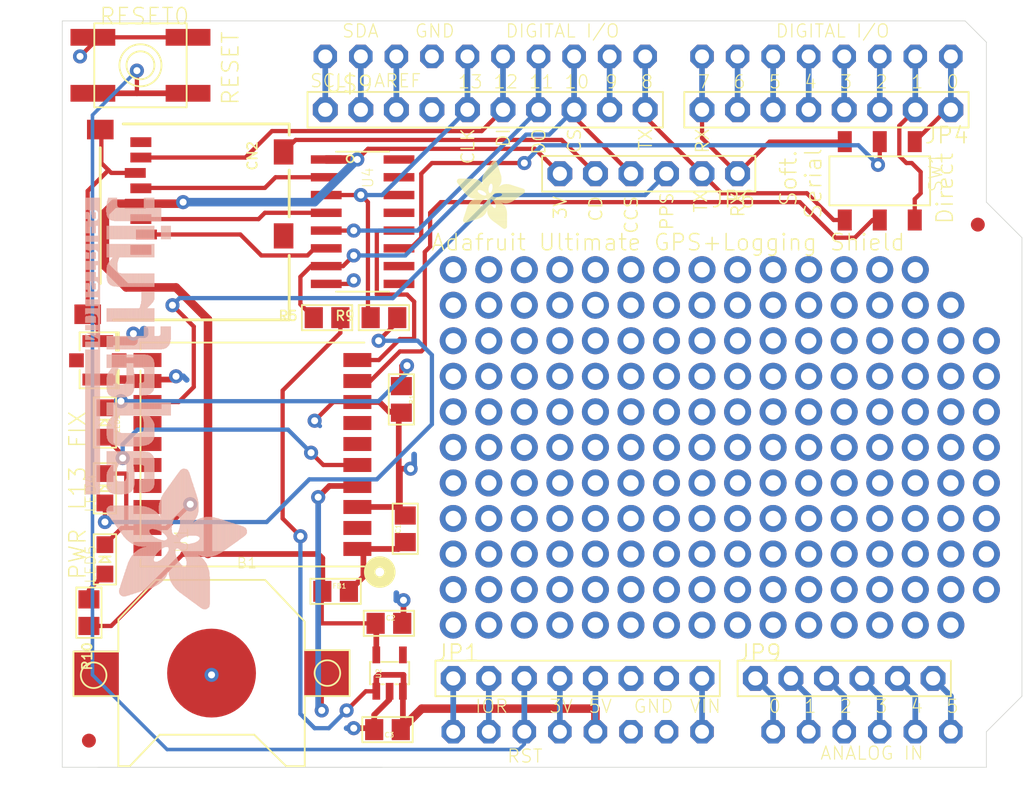
<source format=kicad_pcb>
(kicad_pcb (version 20211014) (generator pcbnew)
  (layers (0 "F.Cu" signal) (31 "B.Cu" signal) (34 "B.Paste" user) (35 "F.Paste" user) (36 "B.SilkS" user "B.Silkscreen") (37 "F.SilkS" user "F.Silkscreen") (38 "B.Mask" user) (39 "F.Mask" user) (44 "Edge.Cuts" user))
  (net 0 "")
  (net 1 "FIX")
  (net 2 "N$2")
  (net 3 "GND")
  (net 4 "3.3V")
  (net 5 "VBACKUP")
  (net 6 "TX")
  (net 7 "RX")
  (net 8 "N$4")
  (net 9 "1PPS")
  (net 10 "+5V")
  (net 11 "N$15")
  (net 12 "N$154")
  (net 13 "N$164")
  (net 14 "N$181")
  (net 15 "N$182")
  (net 16 "RESET")
  (net 17 "MOSI")
  (net 18 "MISO")
  (net 19 "SCK")
  (net 20 "SD_CS")
  (net 21 "SD_DATAIN")
  (net 22 "SD_SCKIN")
  (net 23 "SD_CSIN")
  (net 24 "SD_CD")
  (net 25 "N$89")
  (net 26 "N$90")
  (net 27 "N$98")
  (net 28 "N$99")
  (net 29 "N$100")
  (net 30 "N$108")
  (net 31 "N$110")
  (net 32 "N$8")
  (net 33 "N$150")
  (net 34 "RX_5V")
  (net 35 "N$1")
  (net 36 "N$3")
  (net 37 "N$5")
  (net 38 "N$6")
  (net 39 "N$9")
  (net 40 "N$10")
  (net 41 "N$11")
  (net 42 "N$14")
  (net 43 "N$13")
  (net 44 "N$7")
  (net 45 "N$12")
  (net 46 "N$17")
  (net 47 "N$19")
  (net 48 "N$24")
  (net 49 "N$25")
  (net 50 "N$27")
  (net 51 "N$28")
  (net 52 "N$29")
  (net 53 "N$30")
  (net 54 "N$156")
  (net 55 "N$32")
  (net 56 "N$33")
  (net 57 "N$34")
  (net 58 "N$35")
  (net 59 "N$36")
  (net 60 "N$42")
  (net 61 "N$43")
  (net 62 "N$44")
  (net 63 "N$45")
  (net 64 "N$46")
  (net 65 "N$47")
  (net 66 "N$56")
  (net 67 "N$57")
  (net 68 "N$58")
  (net 69 "N$59")
  (net 70 "N$60")
  (net 71 "N$66")
  (net 72 "N$67")
  (net 73 "N$68")
  (net 74 "N$69")
  (net 75 "N$70")
  (net 76 "N$71")
  (net 77 "N$78")
  (net 78 "N$79")
  (net 79 "N$80")
  (net 80 "N$81")
  (net 81 "N$82")
  (net 82 "N$83")
  (net 83 "N$84")
  (net 84 "N$92")
  (net 85 "N$93")
  (net 86 "N$94")
  (net 87 "N$95")
  (net 88 "N$96")
  (net 89 "N$97")
  (net 90 "N$102")
  (net 91 "N$103")
  (net 92 "N$104")
  (net 93 "N$105")
  (net 94 "N$106")
  (net 95 "N$107")
  (net 96 "N$109")
  (net 97 "N$61")
  (net 98 "N$41")
  (net 99 "N$49")
  (net 100 "N$37")
  (net 101 "N$91")
  (net 102 "N$64")
  (net 103 "N$65")
  (net 104 "N$18")
  (net 105 "N$20")
  (net 106 "N$21")
  (net 107 "N$22")
  (net 108 "N$23")
  (net 109 "N$26")
  (net 110 "N$31")
  (net 111 "N$48")
  (net 112 "N$38")
  (net 113 "N$55")
  (net 114 "N$39")
  (net 115 "N$40")
  (net 116 "N$50")
  (net 117 "N$52")
  (net 118 "N$51")
  (net 119 "N$74")
  (net 120 "N$75")
  (net 121 "N$76")
  (net 122 "N$77")
  (net 123 "N$85")
  (net 124 "N$53")
  (net 125 "N$86")
  (net 126 "N$112")
  (net 127 "N$113")
  (net 128 "N$114")
  (net 129 "N$115")
  (net 130 "N$54")
  (net 131 "N$116")
  (net 132 "N$117")
  (net 133 "N$62")
  (net 134 "N$63")
  (net 135 "N$118")
  (net 136 "N$119")
  (net 137 "N$120")
  (net 138 "N$121")
  (net 139 "N$122")
  (net 140 "N$123")
  (net 141 "N$124")
  (net 142 "N$125")
  (net 143 "N$126")
  (net 144 "N$127")
  (net 145 "N$128")
  (net 146 "N$129")
  (net 147 "N$130")
  (net 148 "N$131")
  (net 149 "N$132")
  (net 150 "N$138")
  (net 151 "N$139")
  (net 152 "N$140")
  (net 153 "N$141")
  (net 154 "N$142")
  (net 155 "N$143")
  (net 156 "N$144")
  (net 157 "N$145")
  (net 158 "N$146")
  (net 159 "N$147")
  (net 160 "N$148")
  (net 161 "N$151")
  (net 162 "N$152")
  (net 163 "N$153")
  (net 164 "N$155")
  (net 165 "N$157")
  (net 166 "N$159")
  (net 167 "N$72")
  (net 168 "N$73")
  (net 169 "N$87")
  (net 170 "N$88")
  (net 171 "N$101")
  (net 172 "N$111")
  (net 173 "N$133")
  (net 174 "N$134")
  (net 175 "N$135")
  (net 176 "N$136")
  (net 177 "N$137")
  (net 178 "N$149")
  (net 179 "N$158")
  (net 180 "N$160")
  (net 181 "N$161")
  (net 182 "N$162")
  (net 183 "N$163")
  (net 184 "N$165")
  (net 185 "N$166")
  (net 186 "N$167")
  (net 187 "N$168")
  (net 188 "N$169")
  (net 189 "N$170")
  (net 190 "N$171")
  (net 191 "N$172")
  (net 192 "N$173")
  (net 193 "N$174")
  (net 194 "N$175")
  (net 195 "N$176")
  (net 196 "N$177")
  (net 197 "N$178")
  (net 198 "N$179")
  (net 199 "N$180")
  (net 200 "N$183")
  (net 201 "N$184")
  (net 202 "N$185")
  (net 203 "N$186")
  (net 204 "N$187")
  (net 205 "N$188")
  (net 206 "N$189")
  (net 207 "N$191")
  (net 208 "N$192")
  (net 209 "N$193")
  (net 210 "N$190")
  (net 211 "N$194")
  (net 212 "N$195")
  (net 213 "N$196")
  (net 214 "N$197")
  (net 215 "N$198")
  (net 216 "N$199")
  (net 217 "N$200")
  (net 218 "N$201")
  (footprint "boardEagle:0805" (layer "F.Cu") (at 133.1341 99.5426 180)
    (fp_text reference "R5")
    (fp_text value "10K")
  )
  (footprint "boardEagle:0805@1" (layer "F.Cu") (at 133.7451 119.1006)
    (fp_text reference "FB1")
    (fp_text value "Ferrite")
  )
  (footprint "boardEagle:1X08-BIG" (layer "F.Cu") (at 168.8211 84.6836 180)
    (fp_text reference "JP4")
    (fp_text value "D0-D7")
  )
  (footprint "boardEagle:U.FL" (layer "F.Cu") (at 116.7511 102.5906)
    (fp_text reference "U$20" hide)
    (fp_text value "U.FL" hide)
  )
  (footprint "" (layer "F.Cu") (at 180.2511 124.0536)
    (fp_text reference "@HOLE2" hide)
    (fp_text value "")
  )
  (footprint "boardEagle:FIDUCIAL_1MM" (layer "F.Cu") (at 179.6391 92.8936)
    (fp_text reference "FID2" hide)
    (fp_text value "FIDUCIAL\"\"" hide)
  )
  (footprint "boardEagle:1X08-BIG" (layer "F.Cu") (at 151.0411 125.3236)
    (fp_text reference "JP1")
    (fp_text value "D0-D7")
  )
  (footprint "boardEagle:0805@1" (layer "F.Cu") (at 137.4521 128.9826 180)
    (fp_text reference "C3")
    (fp_text value "10uF")
  )
  (footprint "boardEagle:EG1390" (layer "F.Cu") (at 172.6311 89.7636 180)
    (fp_text reference "SW1")
    (fp_text value "")
  )
  (footprint "boardEagle:FGPMMOPA6H" (layer "F.Cu") (at 127.8001 109.3216 180)
    (fp_text reference "U1")
    (fp_text value "FGPMMOPA6H")
  )
  (footprint "boardEagle:1X10-BIG" (layer "F.Cu") (at 144.4371 84.6836)
    (fp_text reference "U$9")
    (fp_text value "PINHD-1X10")
  )
  (footprint "" (layer "F.Cu") (at 180.2511 96.1136)
    (fp_text reference "@HOLE1" hide)
    (fp_text value "")
  )
  (footprint "boardEagle:MICROSD" (layer "F.Cu") (at 130.4671 85.6996 -90)
    (fp_text reference "CN2")
    (fp_text value "")
  )
  (footprint "boardEagle:0805@1" (layer "F.Cu") (at 138.7221 114.6316 90)
    (fp_text reference "C1")
    (fp_text value "0.1uF")
  )
  (footprint "boardEagle:1X06-BIG" (layer "F.Cu") (at 156.1211 89.2556 180)
    (fp_text reference "JP6")
    (fp_text value "")
  )
  (footprint "boardEagle:CHIPLED_0805" (layer "F.Cu") (at 117.2591 111.7346)
    (fp_text reference "LED4")
    (fp_text value "yellow")
  )
  (footprint "boardEagle:FIDUCIAL_1MM" (layer "F.Cu") (at 116.1161 129.7686)
    (fp_text reference "FID1" hide)
    (fp_text value "FIDUCIAL\"\"" hide)
  )
  (footprint "boardEagle:1X06-BIG" (layer "F.Cu") (at 170.0911 125.3236)
    (fp_text reference "JP9")
    (fp_text value "")
  )
  (footprint "boardEagle:EVQ-Q2" (layer "F.Cu") (at 119.7991 81.5086)
    (fp_text reference "RESET0")
    (fp_text value "Reset")
  )
  (footprint "boardEagle:CHIPLED_0805" (layer "F.Cu") (at 117.2591 116.8146)
    (fp_text reference "LED5")
    (fp_text value "green")
  )
  (footprint "boardEagle:SOIC16" (layer "F.Cu") (at 135.6741 92.6846 -90)
    (fp_text reference "U4")
    (fp_text value "4050")
  )
  (footprint "" (layer "F.Cu") (at 129.4511 80.8736)
    (fp_text reference "@HOLE0" hide)
    (fp_text value "")
  )
  (footprint "boardEagle:0805" (layer "F.Cu") (at 137.1981 99.5426 180)
    (fp_text reference "R9")
    (fp_text value "1k")
  )
  (footprint "boardEagle:0805@1" (layer "F.Cu") (at 137.5551 121.3866)
    (fp_text reference "C2")
    (fp_text value "10uF")
  )
  (footprint "boardEagle:ADAFRUIT_5MM" (layer "F.Cu") (at 142.4051 93.1926)
    (fp_text reference "U$13" hide)
    (fp_text value "" hide)
  )
  (footprint "boardEagle:CHIPLED_0805" (layer "F.Cu") (at 117.2591 107.0356)
    (fp_text reference "LED1")
    (fp_text value "red")
  )
  (footprint "boardEagle:0805" (layer "F.Cu") (at 116.1161 120.6246 -90)
    (fp_text reference "R10")
    (fp_text value "1k")
  )
  (footprint "boardEagle:CR1220" (layer "F.Cu") (at 124.8791 124.9426 180)
    (fp_text reference "B1")
    (fp_text value "CR1220")
  )
  (footprint "boardEagle:SOT23-5" (layer "F.Cu") (at 137.6031 124.9426)
    (fp_text reference "U2")
    (fp_text value "MIC5225-3.3")
  )
  (footprint "boardEagle:0805" (layer "F.Cu") (at 138.4441 105.3846 90)
    (fp_text reference "R1")
    (fp_text value "1K")
  )
  (footprint "boardEagle:ARDUINOR3" (layer "F.Cu") (at 114.2111 131.6736)
    (fp_text reference "U3" hide)
    (fp_text value "ARDUINOR3-DIMENSION" hide)
    (fp_line (start 68.58 -5.08) (end 68.58 -37.846) (layer "Edge.Cuts") (width 0.05))
    (fp_line (start 66.04 -2.54) (end 68.58 -5.08) (layer "Edge.Cuts") (width 0.05))
    (fp_line (start 64.516 -53.34) (end 0 -53.34) (layer "Edge.Cuts") (width 0.05))
    (fp_line (start 66.04 -51.816) (end 64.516 -53.34) (layer "Edge.Cuts") (width 0.05))
    (fp_line (start 66.04 -40.386) (end 66.04 -51.816) (layer "Edge.Cuts") (width 0.05))
    (fp_line (start 0 -53.34) (end 0 0) (layer "Edge.Cuts") (width 0.05))
    (fp_line (start 0 0) (end 66.04 0) (layer "Edge.Cuts") (width 0.05))
    (fp_line (start 66.04 0) (end 66.04 -2.54) (layer "Edge.Cuts") (width 0.05))
    (fp_line (start 68.58 -37.846) (end 66.04 -40.386) (layer "Edge.Cuts") (width 0.05))
  )
  (footprint "boardEagle:ADAFRUIT_TEXT_30MM" (layer "B.Cu") (at 115.8621 120.6246 90)
    (fp_text reference "U$15" hide)
    (fp_text value "" hide)
  )
  (gr_line (start 137.0711 131.6736) (end 116.7511 131.6736) (layer "Edge.Cuts") (width 0.05))
  (gr_text "L13" (at 115.9891 113.3856 90) (layer "F.SilkS") (effects (font (size 1.1684 1.1684) (thickness 0.1016)) (justify left bottom)))
  (gr_text "PPS" (at 156.8831 90.5256 90) (layer "F.SilkS") (effects (font (size 0.9144 0.9144) (thickness 0.1016)) (justify right top)))
  (gr_text "DO" (at 147.7391 85.9536 90) (layer "F.SilkS") (effects (font (size 0.9144 0.9144) (thickness 0.1016)) (justify right top)))
  (gr_text "RX" (at 159.4231 85.9536 90) (layer "F.SilkS") (effects (font (size 0.9144 0.9144) (thickness 0.1016)) (justify right top)))
  (gr_text "CS" (at 150.2791 85.9536 90) (layer "F.SilkS") (effects (font (size 0.9144 0.9144) (thickness 0.1016)) (justify right top)))
  (gr_text "3V" (at 149.2631 90.7796 90) (layer "F.SilkS") (effects (font (size 0.9144 0.9144) (thickness 0.1016)) (justify right top)))
  (gr_text "CD" (at 151.8031 90.7796 90) (layer "F.SilkS") (effects (font (size 0.9144 0.9144) (thickness 0.1016)) (justify right top)))
  (gr_text "RESET" (at 126.9111 84.4296 90) (layer "F.SilkS") (effects (font (size 1.1684 1.1684) (thickness 0.1016)) (justify left bottom)))
  (gr_text "Soft." (at 166.7891 91.6686 90) (layer "F.SilkS") (effects (font (size 1.1684 1.1684) (thickness 0.1016)) (justify left bottom)))
  (gr_text "TX" (at 159.2961 90.3986 90) (layer "F.SilkS") (effects (font (size 0.9144 0.9144) (thickness 0.1016)) (justify right top)))
  (gr_text "CCS" (at 154.3431 90.7796 90) (layer "F.SilkS") (effects (font (size 0.9144 0.9144) (thickness 0.1016)) (justify right top)))
  (gr_text "Adafruit Ultimate GPS+Logging Shield" (at 140.5001 94.8436) (layer "F.SilkS") (effects (font (size 1.1684 1.1684) (thickness 0.1016)) (justify left bottom)))
  (gr_text "Serial" (at 168.5671 92.5576 90) (layer "F.SilkS") (effects (font (size 1.1684 1.1684) (thickness 0.1016)) (justify left bottom)))
  (gr_text "CLK" (at 142.6591 85.9536 90) (layer "F.SilkS") (effects (font (size 0.9144 0.9144) (thickness 0.1016)) (justify right top)))
  (gr_text "RX" (at 161.9631 90.5256 90) (layer "F.SilkS") (effects (font (size 0.9144 0.9144) (thickness 0.1016)) (justify right top)))
  (gr_text "FIX" (at 115.9891 108.9406 90) (layer "F.SilkS") (effects (font (size 1.1684 1.1684) (thickness 0.1016)) (justify left bottom)))
  (gr_text "DI" (at 145.1991 85.9536 90) (layer "F.SilkS") (effects (font (size 0.9144 0.9144) (thickness 0.1016)) (justify right top)))
  (gr_text "TX" (at 155.3591 85.9536 90) (layer "F.SilkS") (effects (font (size 0.9144 0.9144) (thickness 0.1016)) (justify right top)))
  (gr_text "Direct" (at 177.9651 92.9386 90) (layer "F.SilkS") (effects (font (size 1.1684 1.1684) (thickness 0.1016)) (justify left bottom)))
  (gr_text "PWR" (at 115.9891 118.3386 90) (layer "F.SilkS") (effects (font (size 1.1684 1.1684) (thickness 0.1016)) (justify left bottom)))
  (segment (start 117.2591 108.0856) (end 118.5291 109.3556) (width 0.3048) (layer "F.Cu") (net 1))
  (segment (start 118.5291 109.3556) (end 118.5291 109.5756) (width 0.3048) (layer "F.Cu") (net 1))
  (segment (start 135.3001 110.0716) (end 132.8681 110.0716) (width 0.3048) (layer "F.Cu") (net 1))
  (segment (start 132.8681 110.0716) (end 131.9911 109.1946) (width 0.3048) (layer "F.Cu") (net 1))
  (via (at 118.5291 109.5756) (size 1.008) (drill 0.5) (layers "F.Cu" "B.Cu") (net 1))
  (via (at 131.9911 109.1946) (size 1.008) (drill 0.5) (layers "F.Cu" "B.Cu") (net 1))
  (segment (start 119.586675 107.5436) (end 118.5291 108.601175) (width 0.3048) (layer "B.Cu") (net 1))
  (segment (start 130.3401 107.5436) (end 119.586675 107.5436) (width 0.3048) (layer "B.Cu") (net 1))
  (segment (start 118.5291 108.601175) (end 118.5291 109.5756) (width 0.3048) (layer "B.Cu") (net 1))
  (segment (start 130.3401 107.5436) (end 131.9911 109.1946) (width 0.3048) (layer "B.Cu") (net 1))
  (segment (start 117.7331 105.5116) (end 118.4021 105.5116) (width 0.254) (layer "F.Cu") (net 2))
  (segment (start 138.4441 104.4346) (end 138.4441 102.9716) (width 0.3048) (layer "F.Cu") (net 2))
  (segment (start 117.2591 105.9856) (end 117.7331 105.5116) (width 0.254) (layer "F.Cu") (net 2))
  (segment (start 138.4441 102.9716) (end 138.8491 102.9716) (width 0.3048) (layer "F.Cu") (net 2))
  (via (at 118.4021 105.5116) (size 1.008) (drill 0.5) (layers "F.Cu" "B.Cu") (net 2))
  (via (at 138.8491 102.9716) (size 1.008) (drill 0.5) (layers "F.Cu" "B.Cu") (net 2))
  (segment (start 136.8171 105.5116) (end 138.8491 103.4796) (width 0.3048) (layer "B.Cu") (net 2))
  (segment (start 118.4021 105.5116) (end 136.8171 105.5116) (width 0.3048) (layer "B.Cu") (net 2))
  (segment (start 138.8491 103.4796) (end 138.8491 102.9716) (width 0.3048) (layer "B.Cu") (net 2))
  (segment (start 138.3831 106.2736) (end 138.3166 106.2736) (width 0.4064) (layer "F.Cu") (net 3))
  (segment (start 138.3166 106.2736) (end 138.2566 106.3336) (width 0.4064) (layer "F.Cu") (net 3))
  (segment (start 117.5131 89.0016) (end 117.0051 88.4936) (width 0.3048) (layer "F.Cu") (net 3))
  (segment (start 116.7511 103.9656) (end 122.1071 103.9656) (width 0.4064) (layer "F.Cu") (net 3))
  (segment (start 135.3001 105.5716) (end 136.8771 105.5716) (width 0.4064) (layer "F.Cu") (net 3))
  (segment (start 116.7511 100.0236) (end 116.0271 99.2996) (width 0.3048) (layer "F.Cu") (net 3))
  (segment (start 138.7221 113.6816) (end 138.3411 113.6816) (width 0.4064) (layer "F.Cu") (net 3))
  (segment (start 116.3991 79.9556) (end 115.4811 80.8736) (width 0.3048) (layer "F.Cu") (net 3))
  (segment (start 135.3001 105.5716) (end 135.3011 105.5726) (width 0.4064) (layer "F.Cu") (net 3))
  (segment (start 119.4271 89.1996) (end 117.7111 89.1996) (width 0.3048) (layer "F.Cu") (net 3))
  (segment (start 116.7511 103.9656) (end 120.1941 103.9656) (width 0.6096) (layer "F.Cu") (net 3))
  (segment (start 138.5951 121.3866) (end 138.5951 119.7356) (width 0.4064) (layer "F.Cu") (net 3))
  (segment (start 118.4521 114.5716) (end 117.2591 115.7646) (width 0.3048) (layer "F.Cu") (net 3))
  (segment (start 116.0271 99.2996) (end 116.0271 90.4876) (width 0.3048) (layer "F.Cu") (net 3))
  (segment (start 138.3411 110.3376) (end 139.1031 110.3376) (width 0.4064) (layer "F.Cu") (net 3))
  (segment (start 117.0051 88.4936) (end 117.0051 86.1776) (width 0.3048) (layer "F.Cu") (net 3))
  (segment (start 120.1941 103.9656) (end 120.3001 104.0716) (width 0.6096) (layer "F.Cu") (net 3))
  (segment (start 137.5791 106.2736) (end 138.3166 106.2736) (width 0.4064) (layer "F.Cu") (net 3))
  (segment (start 116.3991 79.5086) (end 116.3991 79.9556) (width 0.3048) (layer "F.Cu") (net 3))
  (segment (start 137.5791 126.8476) (end 137.5791 126.2667) (width 0.4064) (layer "F.Cu") (net 3))
  (segment (start 118.7831 114.5716) (end 118.4521 114.5716) (width 0.3048) (layer "F.Cu") (net 3))
  (segment (start 138.1121 113.0716) (end 138.2566 113.2161) (width 0.4064) (layer "F.Cu") (net 3))
  (segment (start 138.3831 106.2736) (end 138.4441 106.3346) (width 0.4064) (layer "F.Cu") (net 3))
  (segment (start 116.0271 90.4876) (end 117.5131 89.0016) (width 0.3048) (layer "F.Cu") (net 3))
  (segment (start 136.5021 128.9826) (end 136.5021 127.9246) (width 0.4064) (layer "F.Cu") (net 3))
  (segment (start 138.2566 113.2161) (end 138.7221 113.6816) (width 0.4064) (layer "F.Cu") (net 3))
  (segment (start 135.3001 113.0716) (end 138.1121 113.0716) (width 0.4064) (layer "F.Cu") (net 3))
  (segment (start 138.2566 106.3336) (end 138.2566 113.2161) (width 0.4064) (layer "F.Cu") (net 3))
  (segment (start 117.2591 110.6846) (end 118.7831 110.6846) (width 0.3048) (layer "F.Cu") (net 3))
  (segment (start 116.7511 101.2156) (end 116.7511 100.0236) (width 0.3048) (layer "F.Cu") (net 3))
  (segment (start 138.3411 113.6816) (end 138.3411 110.3376) (width 0.4064) (layer "F.Cu") (net 3))
  (segment (start 138.5051 121.3866) (end 138.5951 121.3866) (width 0.4064) (layer "F.Cu") (net 3))
  (segment (start 133.5821 105.5716) (end 132.2451 106.9086) (width 0.3048) (layer "F.Cu") (net 3))
  (segment (start 136.8771 105.5716) (end 137.5791 106.2736) (width 0.4064) (layer "F.Cu") (net 3))
  (segment (start 116.7511 101.2156) (end 119.2911 101.2156) (width 0.6096) (layer "F.Cu") (net 3))
  (segment (start 120.3001 114.5716) (end 121.6611 114.5716) (width 0.3048) (layer "F.Cu") (net 3))
  (segment (start 134.7851 97.1296) (end 135.0391 96.8756) (width 0.3048) (layer "F.Cu") (net 3))
  (segment (start 135.3001 105.5716) (end 133.5821 105.5716) (width 0.3048) (layer "F.Cu") (net 3))
  (segment (start 136.5021 127.9246) (end 137.5791 126.8476) (width 0.4064) (layer "F.Cu") (net 3))
  (segment (start 118.7831 110.6846) (end 118.7831 114.5716) (width 0.3048) (layer "F.Cu") (net 3))
  (segment (start 136.5021 128.9826) (end 136.3991 128.8796) (width 0.4064) (layer "F.Cu") (net 3))
  (segment (start 121.6611 114.5716) (end 123.3551 112.8776) (width 0.3048) (layer "F.Cu") (net 3))
  (segment (start 117.0051 86.1776) (end 116.9271 86.0996) (width 0.3048) (layer "F.Cu") (net 3))
  (segment (start 117.7111 89.1996) (end 117.5131 89.0016) (width 0.3048) (layer "F.Cu") (net 3))
  (segment (start 137.5791 126.2667) (end 137.6031 126.2427) (width 0.4064) (layer "F.Cu") (net 3))
  (segment (start 120.3001 114.5716) (end 118.7831 114.5716) (width 0.3048) (layer "F.Cu") (net 3))
  (segment (start 124.8791 124.9426) (end 124.8791 125.0696) (width 0.4064) (layer "F.Cu") (net 3))
  (segment (start 136.3991 128.8796) (end 135.0391 128.8796) (width 0.4064) (layer "F.Cu") (net 3))
  (segment (start 122.1071 103.9656) (end 122.3391 103.7336) (width 0.4064) (layer "F.Cu") (net 3))
  (segment (start 116.3991 79.5086) (end 123.1991 79.5086) (width 0.3048) (layer "F.Cu") (net 3))
  (segment (start 133.0741 97.1296) (end 134.7851 97.1296) (width 0.3048) (layer "F.Cu") (net 3))
  (segment (start 119.2911 101.2156) (end 119.2911 100.6856) (width 0.6096) (layer "F.Cu") (net 3))
  (via (at 135.0391 96.8756) (size 1.008) (drill 0.5) (layers "F.Cu" "B.Cu") (net 3))
  (via (at 132.2451 106.9086) (size 1.008) (drill 0.5) (layers "F.Cu" "B.Cu") (net 3))
  (via (at 124.8791 125.0696) (size 1.008) (drill 0.5) (layers "F.Cu" "B.Cu") (net 3))
  (via (at 139.1031 110.3376) (size 1.008) (drill 0.5) (layers "F.Cu" "B.Cu") (net 3))
  (via (at 122.3391 103.7336) (size 1.008) (drill 0.5) (layers "F.Cu" "B.Cu") (net 3))
  (via (at 135.0391 128.8796) (size 1.008) (drill 0.5) (layers "F.Cu" "B.Cu") (net 3))
  (via (at 115.4811 80.8736) (size 1.008) (drill 0.5) (layers "F.Cu" "B.Cu") (net 3))
  (via (at 138.5951 119.7356) (size 1.008) (drill 0.5) (layers "F.Cu" "B.Cu") (net 3))
  (via (at 123.3551 112.8776) (size 1.008) (drill 0.5) (layers "F.Cu" "B.Cu") (net 3))
  (via (at 119.2911 100.6856) (size 1.008) (drill 0.5) (layers "F.Cu" "B.Cu") (net 3))
  (segment (start 132.2451 106.9086) (end 132.6261 107.2896) (width 0.3048) (layer "B.Cu") (net 3))
  (segment (start 139.1031 110.3376) (end 139.3571 110.3376) (width 0.4064) (layer "B.Cu") (net 3))
  (segment (start 138.5951 119.7356) (end 138.0871 119.7356) (width 0.4064) (layer "B.Cu") (net 3))
  (segment (start 115.4811 80.8736) (end 115.4811 81.1276) (width 0.3048) (layer "B.Cu") (net 3))
  (segment (start 135.0391 96.8756) (end 135.2931 97.1296) (width 0.3048) (layer "B.Cu") (net 3))
  (segment (start 119.2911 100.6856) (end 120.0531 100.6856) (width 0.6096) (layer "B.Cu") (net 3))
  (segment (start 122.3391 103.7336) (end 122.8471 103.7336) (width 0.4064) (layer "B.Cu") (net 3))
  (segment (start 120.0531 100.6856) (end 120.0531 100.4316) (width 0.6096) (layer "B.Cu") (net 3))
  (segment (start 139.3571 110.3376) (end 139.3571 109.3216) (width 0.4064) (layer "B.Cu") (net 3))
  (segment (start 135.0391 128.8796) (end 134.5311 128.8796) (width 0.4064) (layer "B.Cu") (net 3))
  (segment (start 122.8471 103.7336) (end 123.1011 103.9876) (width 0.4064) (layer "B.Cu") (net 3))
  (segment (start 138.0871 119.7356) (end 138.0871 119.2276) (width 0.4064) (layer "B.Cu") (net 3))
  (segment (start 118.7831 97.3836) (end 122.3391 97.3836) (width 0.6096) (layer "F.Cu") (net 4))
  (segment (start 117.7061 121.5746) (end 116.1161 121.5746) (width 0.3048) (layer "F.Cu") (net 4))
  (segment (start 117.9091 91.3996) (end 117.2591 92.0496) (width 0.6096) (layer "F.Cu") (net 4))
  (segment (start 133.0741 88.2396) (end 135.2931 88.2396) (width 0.6096) (layer "F.Cu") (net 4))
  (segment (start 135.2931 88.2396) (end 136.0551 87.4776) (width 0.3048) (layer "F.Cu") (net 4))
  (segment (start 122.8471 116.4336) (end 117.7061 121.5746) (width 0.3048) (layer "F.Cu") (net 4))
  (segment (start 117.2591 95.8596) (end 118.7831 97.3836) (width 0.6096) (layer "F.Cu") (net 4))
  (segment (start 122.8471 91.2876) (end 122.7351 91.3996) (width 0.6096) (layer "F.Cu") (net 4))
  (segment (start 124.6251 116.4336) (end 132.4991 116.4336) (width 0.4064) (layer "F.Cu") (net 4))
  (segment (start 132.7951 119.1006) (end 132.7531 119.1426) (width 0.4064) (layer "F.Cu") (net 4))
  (segment (start 122.7351 91.3996) (end 119.4271 91.3996) (width 0.6096) (layer "F.Cu") (net 4))
  (segment (start 132.7951 116.7296) (end 132.7951 119.1006) (width 0.4064) (layer "F.Cu") (net 4))
  (segment (start 136.6531 121.4346) (end 136.6531 123.6425) (width 0.4064) (layer "F.Cu") (net 4))
  (segment (start 132.4991 116.4336) (end 132.7951 116.7296) (width 0.4064) (layer "F.Cu") (net 4))
  (segment (start 117.2591 92.0496) (end 117.2591 95.8596) (width 0.6096) (layer "F.Cu") (net 4))
  (segment (start 124.6251 99.6696) (end 124.6251 116.4336) (width 0.6096) (layer "F.Cu") (net 4))
  (segment (start 132.7531 119.1426) (end 132.7531 121.3866) (width 0.3048) (layer "F.Cu") (net 4))
  (segment (start 136.0551 87.4776) (end 147.9931 87.4776) (width 0.3048) (layer "F.Cu") (net 4))
  (segment (start 119.4271 91.3996) (end 117.9091 91.3996) (width 0.6096) (layer "F.Cu") (net 4))
  (segment (start 122.8471 116.4336) (end 124.6251 116.4336) (width 0.4064) (layer "F.Cu") (net 4))
  (segment (start 122.3391 97.3836) (end 124.6251 99.6696) (width 0.6096) (layer "F.Cu") (net 4))
  (segment (start 132.7531 121.3866) (end 136.6051 121.3866) (width 0.3048) (layer "F.Cu") (net 4))
  (segment (start 147.9931 87.4776) (end 149.7711 89.2556) (width 0.3048) (layer "F.Cu") (net 4))
  (segment (start 136.6051 121.3866) (end 136.6531 121.4346) (width 0.4064) (layer "F.Cu") (net 4))
  (via (at 122.8471 91.2876) (size 1.008) (drill 0.5) (layers "F.Cu" "B.Cu") (net 4))
  (via (at 135.2931 88.2396) (size 1.008) (drill 0.5) (layers "F.Cu" "B.Cu") (net 4))
  (segment (start 132.2451 91.2876) (end 122.8471 91.2876) (width 0.6096) (layer "B.Cu") (net 4))
  (segment (start 135.2931 88.2396) (end 132.2451 91.2876) (width 0.6096) (layer "B.Cu") (net 4))
  (segment (start 133.1045 124.9426) (end 132.7531 125.294) (width 0.3048) (layer "F.Cu") (net 5))
  (segment (start 135.3001 111.5716) (end 133.2971 111.5716) (width 0.4064) (layer "F.Cu") (net 5))
  (segment (start 132.7531 125.294) (end 132.7531 127.6096) (width 0.3048) (layer "F.Cu") (net 5))
  (segment (start 133.2971 111.5716) (end 132.4991 112.3696) (width 0.4064) (layer "F.Cu") (net 5))
  (via (at 132.7531 127.6096) (size 1.008) (drill 0.5) (layers "F.Cu" "B.Cu") (net 5))
  (via (at 132.4991 112.3696) (size 1.008) (drill 0.5) (layers "F.Cu" "B.Cu") (net 5))
  (segment (start 132.4991 127.3556) (end 132.7531 127.6096) (width 0.4064) (layer "B.Cu") (net 5))
  (segment (start 132.4991 112.3696) (end 132.4991 127.3556) (width 0.4064) (layer "B.Cu") (net 5))
  (segment (start 141.2621 91.2876) (end 166.9161 91.2876) (width 0.3048) (layer "F.Cu") (net 6))
  (segment (start 166.9161 91.2876) (end 169.4561 93.8276) (width 0.3048) (layer "F.Cu") (net 6))
  (segment (start 140.5001 94.4626) (end 140.5001 92.0496) (width 0.3048) (layer "F.Cu") (net 6))
  (segment (start 136.2251 104.0716) (end 138.3411 101.9556) (width 0.3048) (layer "F.Cu") (net 6))
  (segment (start 170.8531 93.8276) (end 172.1171 92.5636) (width 0.3048) (layer "F.Cu") (net 6))
  (segment (start 169.4561 93.8276) (end 170.8531 93.8276) (width 0.3048) (layer "F.Cu") (net 6))
  (segment (start 135.3001 104.0716) (end 136.2251 104.0716) (width 0.3048) (layer "F.Cu") (net 6))
  (segment (start 140.1191 101.7016) (end 140.1191 94.8436) (width 0.3048) (layer "F.Cu") (net 6))
  (segment (start 140.1191 94.8436) (end 140.5001 94.4626) (width 0.3048) (layer "F.Cu") (net 6))
  (segment (start 172.1171 92.5636) (end 172.6311 92.5636) (width 0.3048) (layer "F.Cu") (net 6))
  (segment (start 140.5001 92.0496) (end 141.2621 91.2876) (width 0.3048) (layer "F.Cu") (net 6))
  (segment (start 138.3411 101.9556) (end 139.8651 101.9556) (width 0.3048) (layer "F.Cu") (net 6))
  (segment (start 139.8651 101.9556) (end 140.1191 101.7016) (width 0.3048) (layer "F.Cu") (net 6))
  (segment (start 139.3571 98.3996) (end 139.3571 101.0666) (width 0.3048) (layer "F.Cu") (net 7))
  (segment (start 136.6901 97.8916) (end 138.8491 97.8916) (width 0.3048) (layer "F.Cu") (net 7))
  (segment (start 138.2741 93.3196) (end 136.8171 93.3196) (width 0.3048) (layer "F.Cu") (net 7))
  (segment (start 138.3411 101.0666) (end 139.3571 101.0666) (width 0.3048) (layer "F.Cu") (net 7))
  (segment (start 136.8361 102.5716) (end 138.3411 101.0666) (width 0.3048) (layer "F.Cu") (net 7))
  (segment (start 138.8491 97.8916) (end 139.3571 98.3996) (width 0.3048) (layer "F.Cu") (net 7))
  (segment (start 135.3001 102.5716) (end 136.8361 102.5716) (width 0.3048) (layer "F.Cu") (net 7))
  (segment (start 136.8171 93.3196) (end 136.6901 93.4466) (width 0.3048) (layer "F.Cu") (net 7))
  (segment (start 136.6901 93.4466) (end 136.6901 97.8916) (width 0.3048) (layer "F.Cu") (net 7))
  (segment (start 120.2811 102.5906) (end 120.3001 102.5716) (width 0.4064) (layer "F.Cu") (net 8))
  (segment (start 118.2761 102.5906) (end 120.2811 102.5906) (width 0.4064) (layer "F.Cu") (net 8))
  (segment (start 120.3001 105.5716) (end 122.5331 105.5716) (width 0.3048) (layer "F.Cu") (net 9))
  (segment (start 123.6091 104.4956) (end 123.6091 100.1776) (width 0.3048) (layer "F.Cu") (net 9))
  (segment (start 122.5331 105.5716) (end 123.6091 104.4956) (width 0.3048) (layer "F.Cu") (net 9))
  (segment (start 123.6091 100.1776) (end 122.0851 98.6536) (width 0.3048) (layer "F.Cu") (net 9))
  (via (at 122.0851 98.6536) (size 1.008) (drill 0.5) (layers "F.Cu" "B.Cu") (net 9))
  (segment (start 122.0851 98.6536) (end 122.5931 98.1456) (width 0.3048) (layer "B.Cu") (net 9))
  (segment (start 122.5931 98.1456) (end 137.8331 98.1456) (width 0.3048) (layer "B.Cu") (net 9))
  (segment (start 145.1991 90.7796) (end 155.8671 90.7796) (width 0.3048) (layer "B.Cu") (net 9))
  (segment (start 137.8331 98.1456) (end 145.1991 90.7796) (width 0.3048) (layer "B.Cu") (net 9))
  (segment (start 155.8671 90.7796) (end 157.3911 89.2556) (width 0.3048) (layer "B.Cu") (net 9))
  (segment (start 134.0841 99.5426) (end 134.0841 100.6246) (width 0.3048) (layer "F.Cu") (net 10))
  (segment (start 138.4021 128.9826) (end 139.9021 127.4826) (width 0.6096) (layer "F.Cu") (net 10))
  (segment (start 138.4021 128.9826) (end 138.5531 128.8316) (width 0.4064) (layer "F.Cu") (net 10))
  (segment (start 136.6531 126.2427) (end 136.6531 125.2336) (width 0.4064) (layer "F.Cu") (net 10))
  (segment (start 138.5531 128.8316) (end 138.5531 126.2427) (width 0.4064) (layer "F.Cu") (net 10))
  (segment (start 134.0841 100.6246) (end 129.9591 104.7496) (width 0.3048) (layer "F.Cu") (net 10))
  (segment (start 136.6531 125.2336) (end 136.8171 125.0696) (width 0.4064) (layer "F.Cu") (net 10))
  (segment (start 138.5951 125.0696) (end 138.5951 126.2007) (width 0.4064) (layer "F.Cu") (net 10))
  (segment (start 135.898 126.2427) (end 136.6531 126.2427) (width 0.3048) (layer "F.Cu") (net 10))
  (segment (start 129.9591 113.8936) (end 131.2291 115.1636) (width 0.3048) (layer "F.Cu") (net 10))
  (segment (start 139.9021 127.4826) (end 152.3111 127.4826) (width 0.6096) (layer "F.Cu") (net 10))
  (segment (start 152.3111 127.4826) (end 152.3111 129.1336) (width 0.6096) (layer "F.Cu") (net 10))
  (segment (start 138.5951 126.2007) (end 138.5531 126.2427) (width 0.4064) (layer "F.Cu") (net 10))
  (segment (start 134.5311 127.6096) (end 135.898 126.2427) (width 0.3048) (layer "F.Cu") (net 10))
  (segment (start 136.8171 125.0696) (end 138.5951 125.0696) (width 0.4064) (layer "F.Cu") (net 10))
  (segment (start 129.9591 104.7496) (end 129.9591 113.8936) (width 0.3048) (layer "F.Cu") (net 10))
  (via (at 131.2291 115.1636) (size 1.008) (drill 0.5) (layers "F.Cu" "B.Cu") (net 10))
  (via (at 134.5311 127.6096) (size 1.008) (drill 0.5) (layers "F.Cu" "B.Cu") (net 10))
  (segment (start 131.2291 127.8636) (end 132.2451 128.8796) (width 0.3048) (layer "B.Cu") (net 10))
  (segment (start 132.2451 128.8796) (end 133.2611 128.8796) (width 0.3048) (layer "B.Cu") (net 10))
  (segment (start 131.2291 115.1636) (end 131.2291 127.8636) (width 0.3048) (layer "B.Cu") (net 10))
  (segment (start 152.3111 129.1336) (end 152.3111 125.3236) (width 0.4064) (layer "B.Cu") (net 10))
  (segment (start 133.2611 128.8796) (end 134.5311 127.6096) (width 0.3048) (layer "B.Cu") (net 10))
  (segment (start 159.9311 129.1336) (end 159.9311 125.3236) (width 0.4064) (layer "B.Cu") (net 11))
  (segment (start 165.0111 126.5936) (end 163.7411 125.3236) (width 0.4064) (layer "B.Cu") (net 12))
  (segment (start 165.0111 129.1336) (end 165.0111 126.5936) (width 0.4064) (layer "B.Cu") (net 12))
  (segment (start 167.5511 129.1336) (end 167.5511 126.5936) (width 0.4064) (layer "B.Cu") (net 13))
  (segment (start 167.5511 126.5936) (end 166.2811 125.3236) (width 0.4064) (layer "B.Cu") (net 13))
  (segment (start 170.0911 126.5936) (end 168.8211 125.3236) (width 0.4064) (layer "B.Cu") (net 14))
  (segment (start 170.0911 129.1336) (end 170.0911 126.5936) (width 0.4064) (layer "B.Cu") (net 14))
  (segment (start 172.6311 126.5936) (end 171.3611 125.3236) (width 0.4064) (layer "B.Cu") (net 15))
  (segment (start 172.6311 129.1336) (end 172.6311 126.5936) (width 0.4064) (layer "B.Cu") (net 15))
  (segment (start 119.5451 83.5086) (end 123.1991 83.5086) (width 0.4064) (layer "F.Cu") (net 16))
  (segment (start 124.1171 83.4136) (end 123.2941 83.4136) (width 0.4064) (layer "F.Cu") (net 16))
  (segment (start 119.5451 83.5086) (end 119.5451 81.8896) (width 0.3048) (layer "F.Cu") (net 16))
  (segment (start 116.3991 83.5086) (end 119.5451 83.5086) (width 0.4064) (layer "F.Cu") (net 16))
  (segment (start 124.0221 83.5086) (end 124.1171 83.4136) (width 0.4064) (layer "F.Cu") (net 16))
  (segment (start 124.0221 83.5086) (end 119.5451 83.5086) (width 0.3048) (layer "F.Cu") (net 16))
  (segment (start 123.1991 83.5086) (end 124.0221 83.5086) (width 0.4064) (layer "F.Cu") (net 16))
  (segment (start 123.2941 83.4136) (end 123.1991 83.5086) (width 0.4064) (layer "F.Cu") (net 16))
  (via (at 119.5451 81.8896) (size 1.008) (drill 0.5) (layers "F.Cu" "B.Cu") (net 16))
  (segment (start 146.8501 130.4036) (end 121.7041 130.4036) (width 0.254) (layer "B.Cu") (net 16))
  (segment (start 116.3701 85.0646) (end 119.5451 81.8896) (width 0.254) (layer "B.Cu") (net 16))
  (segment (start 147.2311 129.1336) (end 147.2311 125.3236) (width 0.4064) (layer "B.Cu") (net 16))
  (segment (start 121.7041 130.4036) (end 116.3701 125.0696) (width 0.254) (layer "B.Cu") (net 16))
  (segment (start 147.2311 129.1336) (end 147.2311 130.0226) (width 0.254) (layer "B.Cu") (net 16))
  (segment (start 116.3701 125.0696) (end 116.3701 85.0646) (width 0.254) (layer "B.Cu") (net 16))
  (segment (start 147.2311 130.0226) (end 146.8501 130.4036) (width 0.254) (layer "B.Cu") (net 16))
  (segment (start 133.0741 93.3196) (end 135.0391 93.3196) (width 0.3048) (layer "F.Cu") (net 17))
  (via (at 135.0391 93.3196) (size 1.008) (drill 0.5) (layers "F.Cu" "B.Cu") (net 17))
  (segment (start 148.2471 80.8736) (end 148.2471 84.6836) (width 0.4064) (layer "B.Cu") (net 17))
  (segment (start 135.0391 93.3196) (end 139.6111 93.3196) (width 0.3048) (layer "B.Cu") (net 17))
  (segment (start 139.6111 93.3196) (end 148.2471 84.6836) (width 0.3048) (layer "B.Cu") (net 17))
  (segment (start 129.1971 86.2076) (end 144.1831 86.2076) (width 0.3048) (layer "F.Cu") (net 18))
  (segment (start 119.8271 88.0996) (end 127.3051 88.0996) (width 0.3048) (layer "F.Cu") (net 18))
  (segment (start 144.1831 86.2076) (end 145.7071 84.6836) (width 0.3048) (layer "F.Cu") (net 18))
  (segment (start 127.3051 88.0996) (end 129.1971 86.2076) (width 0.3048) (layer "F.Cu") (net 18))
  (segment (start 145.7071 80.8736) (end 145.7071 84.6836) (width 0.4064) (layer "B.Cu") (net 18))
  (segment (start 133.0741 90.7796) (end 135.5471 90.7796) (width 0.3048) (layer "F.Cu") (net 19))
  (segment (start 135.5471 90.7796) (end 136.0551 91.2876) (width 0.3048) (layer "F.Cu") (net 19))
  (segment (start 136.2481 99.4206) (end 136.2481 99.5426) (width 0.3048) (layer "F.Cu") (net 19))
  (segment (start 136.0551 99.2276) (end 136.2481 99.4206) (width 0.3048) (layer "F.Cu") (net 19))
  (segment (start 136.0551 91.2876) (end 136.0551 99.2276) (width 0.3048) (layer "F.Cu") (net 19))
  (via (at 135.5471 90.7796) (size 1.008) (drill 0.5) (layers "F.Cu" "B.Cu") (net 19))
  (segment (start 143.1671 80.8736) (end 143.1671 84.6836) (width 0.4064) (layer "B.Cu") (net 19))
  (segment (start 135.5471 90.7796) (end 137.0711 90.7796) (width 0.3048) (layer "B.Cu") (net 19))
  (segment (start 137.0711 90.7796) (end 143.1671 84.6836) (width 0.3048) (layer "B.Cu") (net 19))
  (segment (start 154.8511 89.2556) (end 150.7871 85.1916) (width 0.3048) (layer "F.Cu") (net 20))
  (segment (start 131.9911 95.8596) (end 133.0741 95.8596) (width 0.3048) (layer "F.Cu") (net 20))
  (segment (start 132.1841 99.5426) (end 131.2291 98.5876) (width 0.3048) (layer "F.Cu") (net 20))
  (segment (start 131.2291 96.6216) (end 131.9911 95.8596) (width 0.3048) (layer "F.Cu") (net 20))
  (segment (start 150.7871 85.1916) (end 150.7871 84.6836) (width 0.3048) (layer "F.Cu") (net 20))
  (segment (start 134.2771 95.8596) (end 135.0391 95.0976) (width 0.3048) (layer "F.Cu") (net 20))
  (segment (start 133.0741 95.8596) (end 134.2771 95.8596) (width 0.3048) (layer "F.Cu") (net 20))
  (segment (start 131.2291 98.5876) (end 131.2291 96.6216) (width 0.3048) (layer "F.Cu") (net 20))
  (via (at 135.0391 95.0976) (size 1.008) (drill 0.5) (layers "F.Cu" "B.Cu") (net 20))
  (segment (start 147.3581 86.4616) (end 149.0091 86.4616) (width 0.3048) (layer "B.Cu") (net 20))
  (segment (start 138.7221 95.0976) (end 147.3581 86.4616) (width 0.3048) (layer "B.Cu") (net 20))
  (segment (start 150.7871 80.8736) (end 150.7871 84.6836) (width 0.4064) (layer "B.Cu") (net 20))
  (segment (start 149.0091 86.4616) (end 150.7871 84.6836) (width 0.3048) (layer "B.Cu") (net 20))
  (segment (start 135.0391 95.0976) (end 138.7221 95.0976) (width 0.3048) (layer "B.Cu") (net 20))
  (segment (start 119.8271 92.4996) (end 128.2391 92.4996) (width 0.3048) (layer "F.Cu") (net 21))
  (segment (start 128.2391 92.4996) (end 128.6891 92.0496) (width 0.3048) (layer "F.Cu") (net 21))
  (segment (start 128.6891 92.0496) (end 133.0741 92.0496) (width 0.3048) (layer "F.Cu") (net 21))
  (segment (start 133.0741 89.5096) (end 129.4511 89.5096) (width 0.3048) (layer "F.Cu") (net 22))
  (segment (start 119.8551 90.2716) (end 119.8271 90.2996) (width 0.3048) (layer "F.Cu") (net 22))
  (segment (start 128.6891 90.2716) (end 119.8551 90.2716) (width 0.3048) (layer "F.Cu") (net 22))
  (segment (start 129.4511 89.5096) (end 128.6891 90.2716) (width 0.3048) (layer "F.Cu") (net 22))
  (segment (start 126.9371 93.5996) (end 128.4351 95.0976) (width 0.3048) (layer "F.Cu") (net 23))
  (segment (start 128.4351 95.0976) (end 131.7371 95.0976) (width 0.3048) (layer "F.Cu") (net 23))
  (segment (start 120.2271 93.5996) (end 126.9371 93.5996) (width 0.3048) (layer "F.Cu") (net 23))
  (segment (start 132.2451 94.5896) (end 133.0741 94.5896) (width 0.3048) (layer "F.Cu") (net 23))
  (segment (start 131.7371 95.0976) (end 132.2451 94.5896) (width 0.3048) (layer "F.Cu") (net 23))
  (segment (start 130.0271 87.6996) (end 130.8841 86.8426) (width 0.3048) (layer "F.Cu") (net 24))
  (segment (start 130.8841 86.8426) (end 149.8981 86.8426) (width 0.3048) (layer "F.Cu") (net 24))
  (segment (start 149.8981 86.8426) (end 152.3111 89.2556) (width 0.3048) (layer "F.Cu") (net 24))
  (segment (start 172.6311 84.6836) (end 172.6311 80.8736) (width 0.4064) (layer "B.Cu") (net 25))
  (segment (start 170.0911 80.8736) (end 170.0911 84.6836) (width 0.4064) (layer "B.Cu") (net 26))
  (segment (start 167.5511 80.8736) (end 167.5511 84.6836) (width 0.4064) (layer "B.Cu") (net 27))
  (segment (start 165.0111 80.8736) (end 165.0111 84.6836) (width 0.4064) (layer "B.Cu") (net 28))
  (segment (start 162.4711 80.8736) (end 162.4711 84.6836) (width 0.4064) (layer "B.Cu") (net 29))
  (segment (start 138.0871 80.8736) (end 138.0871 84.6836) (width 0.4064) (layer "B.Cu") (net 30))
  (segment (start 153.3271 80.8736) (end 153.3271 84.6836) (width 0.4064) (layer "B.Cu") (net 31))
  (segment (start 138.1481 99.5426) (end 138.1481 99.8626) (width 0.3048) (layer "F.Cu") (net 32))
  (segment (start 117.2591 114.1476) (end 117.2591 112.7846) (width 0.3048) (layer "F.Cu") (net 32))
  (segment (start 138.1481 99.8626) (end 136.8171 101.1936) (width 0.3048) (layer "F.Cu") (net 32))
  (via (at 117.2591 114.1476) (size 1.008) (drill 0.5) (layers "F.Cu" "B.Cu") (net 32))
  (via (at 136.8171 101.1936) (size 1.008) (drill 0.5) (layers "F.Cu" "B.Cu") (net 32))
  (segment (start 140.6271 102.2096) (end 140.6271 107.1626) (width 0.3048) (layer "B.Cu") (net 32))
  (segment (start 139.6111 101.1936) (end 140.6271 102.2096) (width 0.3048) (layer "B.Cu") (net 32))
  (segment (start 131.8641 111.0996) (end 128.8161 114.1476) (width 0.3048) (layer "B.Cu") (net 32))
  (segment (start 140.6271 107.1626) (end 136.6901 111.0996) (width 0.3048) (layer "B.Cu") (net 32))
  (segment (start 128.8161 114.1476) (end 117.2591 114.1476) (width 0.3048) (layer "B.Cu") (net 32))
  (segment (start 136.8171 101.1936) (end 139.6111 101.1936) (width 0.3048) (layer "B.Cu") (net 32))
  (segment (start 136.6901 111.0996) (end 131.8641 111.0996) (width 0.3048) (layer "B.Cu") (net 32))
  (segment (start 117.2591 117.8646) (end 116.1161 119.0076) (width 0.3048) (layer "F.Cu") (net 33))
  (segment (start 116.1161 119.0076) (end 116.1161 119.6746) (width 0.3048) (layer "F.Cu") (net 33))
  (segment (start 138.2741 94.5896) (end 139.1031 94.5896) (width 0.3048) (layer "F.Cu") (net 34))
  (segment (start 140.6271 88.4936) (end 147.2311 88.4936) (width 0.3048) (layer "F.Cu") (net 34))
  (segment (start 172.5041 88.6206) (end 172.6311 88.4936) (width 0.3048) (layer "F.Cu") (net 34))
  (segment (start 139.1031 94.5896) (end 139.8651 93.8276) (width 0.3048) (layer "F.Cu") (net 34))
  (segment (start 139.8651 89.2556) (end 140.6271 88.4936) (width 0.3048) (layer "F.Cu") (net 34))
  (segment (start 172.6311 88.4936) (end 172.6311 86.9636) (width 0.3048) (layer "F.Cu") (net 34))
  (segment (start 139.8651 93.8276) (end 139.8651 89.2556) (width 0.3048) (layer "F.Cu") (net 34))
  (via (at 147.2311 88.4936) (size 1.008) (drill 0.5) (layers "F.Cu" "B.Cu") (net 34))
  (via (at 172.5041 88.6206) (size 1.008) (drill 0.5) (layers "F.Cu" "B.Cu") (net 34))
  (segment (start 147.2311 88.4936) (end 148.5011 87.2236) (width 0.3048) (layer "B.Cu") (net 34))
  (segment (start 148.5011 87.2236) (end 171.1071 87.2236) (width 0.3048) (layer "B.Cu") (net 34))
  (segment (start 171.1071 87.2236) (end 172.5041 88.6206) (width 0.3048) (layer "B.Cu") (net 34))
  (segment (start 138.7221 115.5816) (end 138.2321 116.0716) (width 0.4064) (layer "F.Cu") (net 35))
  (segment (start 138.2321 116.0716) (end 135.3001 116.0716) (width 0.4064) (layer "F.Cu") (net 35))
  (segment (start 135.7316 116.5031) (end 135.3001 116.0716) (width 0.4064) (layer "F.Cu") (net 35))
  (segment (start 134.6951 119.1006) (end 135.7316 118.0641) (width 0.4064) (layer "F.Cu") (net 35))
  (segment (start 135.7316 118.0641) (end 135.7316 116.5031) (width 0.4064) (layer "F.Cu") (net 35))
  (segment (start 142.1511 129.1336) (end 142.1511 125.3236) (width 0.4064) (layer "B.Cu") (net 36))
  (segment (start 144.6911 129.1336) (end 144.6911 125.3236) (width 0.4064) (layer "B.Cu") (net 37))
  (segment (start 149.7711 129.1336) (end 149.7711 129.3876) (width 0.4064) (layer "B.Cu") (net 38))
  (segment (start 150.0251 129.6416) (end 150.0251 129.3876) (width 0.4064) (layer "B.Cu") (net 38))
  (segment (start 149.7711 129.3876) (end 150.0251 129.6416) (width 0.4064) (layer "B.Cu") (net 38))
  (segment (start 149.7711 125.3236) (end 149.7711 129.1336) (width 0.4064) (layer "B.Cu") (net 38))
  (segment (start 150.0251 129.3876) (end 149.7711 129.1336) (width 0.4064) (layer "B.Cu") (net 38))
  (segment (start 177.7111 129.1336) (end 177.7111 126.5936) (width 0.4064) (layer "B.Cu") (net 39))
  (segment (start 177.7111 126.5936) (end 176.4411 125.3236) (width 0.4064) (layer "B.Cu") (net 39))
  (segment (start 175.1711 126.5936) (end 173.9011 125.3236) (width 0.4064) (layer "B.Cu") (net 40))
  (segment (start 175.1711 129.1336) (end 175.1711 126.5936) (width 0.4064) (layer "B.Cu") (net 40))
  (segment (start 162.4711 89.2556) (end 159.9311 86.7156) (width 0.3048) (layer "F.Cu") (net 41))
  (segment (start 162.4711 89.2556) (end 164.7631 86.9636) (width 0.3048) (layer "F.Cu") (net 41))
  (segment (start 159.9311 86.7156) (end 159.9311 84.6836) (width 0.3048) (layer "F.Cu") (net 41))
  (segment (start 164.7631 86.9636) (end 170.1311 86.9636) (width 0.3048) (layer "F.Cu") (net 41))
  (segment (start 159.9311 80.8736) (end 159.9311 84.6836) (width 0.4064) (layer "B.Cu") (net 41))
  (segment (start 174.9171 88.4936) (end 174.5361 88.4936) (width 0.3048) (layer "F.Cu") (net 42))
  (segment (start 174.0281 87.9856) (end 174.0281 85.8266) (width 0.3048) (layer "F.Cu") (net 42))
  (segment (start 175.5521 89.1286) (end 174.9171 88.4936) (width 0.3048) (layer "F.Cu") (net 42))
  (segment (start 175.1311 92.5636) (end 175.1311 91.0736) (width 0.3048) (layer "F.Cu") (net 42))
  (segment (start 175.1311 91.0736) (end 175.5521 90.6526) (width 0.3048) (layer "F.Cu") (net 42))
  (segment (start 175.5521 90.6526) (end 175.5521 89.1286) (width 0.3048) (layer "F.Cu") (net 42))
  (segment (start 174.0281 85.8266) (end 175.1711 84.6836) (width 0.3048) (layer "F.Cu") (net 42))
  (segment (start 174.5361 88.4936) (end 174.0281 87.9856) (width 0.3048) (layer "F.Cu") (net 42))
  (segment (start 175.1711 84.6836) (end 175.1711 80.8736) (width 0.4064) (layer "B.Cu") (net 42))
  (segment (start 169.3351 92.5636) (end 167.4241 90.6526) (width 0.3048) (layer "F.Cu") (net 43))
  (segment (start 170.1311 92.5636) (end 169.3351 92.5636) (width 0.3048) (layer "F.Cu") (net 43))
  (segment (start 159.9311 89.2556) (end 155.8671 85.1916) (width 0.3048) (layer "F.Cu") (net 43))
  (segment (start 159.9311 89.2556) (end 161.3281 90.6526) (width 0.3048) (layer "F.Cu") (net 43))
  (segment (start 161.3281 90.6526) (end 167.4241 90.6526) (width 0.3048) (layer "F.Cu") (net 43))
  (segment (start 155.8671 85.1916) (end 155.8671 84.6836) (width 0.3048) (layer "F.Cu") (net 43))
  (segment (start 155.8671 80.8736) (end 155.8671 84.6836) (width 0.4064) (layer "B.Cu") (net 43))
  (segment (start 133.0071 80.8736) (end 133.0071 84.6836) (width 0.4064) (layer "B.Cu") (net 44))
  (segment (start 135.5471 80.8736) (end 135.5471 84.6836) (width 0.4064) (layer "B.Cu") (net 45))
  (via (at 157.3911 98.6536) (size 1.9304) (drill 1.1) (layers "F.Cu" "B.Cu") (net 46))
  (via (at 162.4711 98.6536) (size 1.9304) (drill 1.1) (layers "F.Cu" "B.Cu") (net 47))
  (via (at 165.0111 101.1936) (size 1.9304) (drill 1.1) (layers "F.Cu" "B.Cu") (net 48))
  (via (at 162.4711 101.1936) (size 1.9304) (drill 1.1) (layers "F.Cu" "B.Cu") (net 49))
  (via (at 157.3911 101.1936) (size 1.9304) (drill 1.1) (layers "F.Cu" "B.Cu") (net 50))
  (via (at 154.8511 101.1936) (size 1.9304) (drill 1.1) (layers "F.Cu" "B.Cu") (net 51))
  (via (at 152.3111 101.1936) (size 1.9304) (drill 1.1) (layers "F.Cu" "B.Cu") (net 52))
  (via (at 149.7711 101.1936) (size 1.9304) (drill 1.1) (layers "F.Cu" "B.Cu") (net 53))
  (via (at 149.7711 103.7336) (size 1.9304) (drill 1.1) (layers "F.Cu" "B.Cu") (net 54))
  (via (at 152.3111 103.7336) (size 1.9304) (drill 1.1) (layers "F.Cu" "B.Cu") (net 55))
  (via (at 154.8511 103.7336) (size 1.9304) (drill 1.1) (layers "F.Cu" "B.Cu") (net 56))
  (via (at 157.3911 103.7336) (size 1.9304) (drill 1.1) (layers "F.Cu" "B.Cu") (net 57))
  (via (at 159.9311 103.7336) (size 1.9304) (drill 1.1) (layers "F.Cu" "B.Cu") (net 58))
  (via (at 162.4711 103.7336) (size 1.9304) (drill 1.1) (layers "F.Cu" "B.Cu") (net 59))
  (via (at 149.7711 106.2736) (size 1.9304) (drill 1.1) (layers "F.Cu" "B.Cu") (net 60))
  (via (at 152.3111 106.2736) (size 1.9304) (drill 1.1) (layers "F.Cu" "B.Cu") (net 61))
  (via (at 154.8511 106.2736) (size 1.9304) (drill 1.1) (layers "F.Cu" "B.Cu") (net 62))
  (via (at 157.3911 106.2736) (size 1.9304) (drill 1.1) (layers "F.Cu" "B.Cu") (net 63))
  (via (at 159.9311 106.2736) (size 1.9304) (drill 1.1) (layers "F.Cu" "B.Cu") (net 64))
  (via (at 162.4711 106.2736) (size 1.9304) (drill 1.1) (layers "F.Cu" "B.Cu") (net 65))
  (via (at 162.4711 108.8136) (size 1.9304) (drill 1.1) (layers "F.Cu" "B.Cu") (net 66))
  (via (at 159.9311 108.8136) (size 1.9304) (drill 1.1) (layers "F.Cu" "B.Cu") (net 67))
  (via (at 157.3911 108.8136) (size 1.9304) (drill 1.1) (layers "F.Cu" "B.Cu") (net 68))
  (via (at 154.8511 108.8136) (size 1.9304) (drill 1.1) (layers "F.Cu" "B.Cu") (net 69))
  (via (at 152.3111 108.8136) (size 1.9304) (drill 1.1) (layers "F.Cu" "B.Cu") (net 70))
  (via (at 149.7711 111.3536) (size 1.9304) (drill 1.1) (layers "F.Cu" "B.Cu") (net 71))
  (via (at 152.3111 111.3536) (size 1.9304) (drill 1.1) (layers "F.Cu" "B.Cu") (net 72))
  (via (at 154.8511 111.3536) (size 1.9304) (drill 1.1) (layers "F.Cu" "B.Cu") (net 73))
  (via (at 157.3911 111.3536) (size 1.9304) (drill 1.1) (layers "F.Cu" "B.Cu") (net 74))
  (via (at 159.9311 111.3536) (size 1.9304) (drill 1.1) (layers "F.Cu" "B.Cu") (net 75))
  (via (at 162.4711 111.3536) (size 1.9304) (drill 1.1) (layers "F.Cu" "B.Cu") (net 76))
  (via (at 149.7711 113.8936) (size 1.9304) (drill 1.1) (layers "F.Cu" "B.Cu") (net 77))
  (via (at 152.3111 113.8936) (size 1.9304) (drill 1.1) (layers "F.Cu" "B.Cu") (net 78))
  (via (at 154.8511 113.8936) (size 1.9304) (drill 1.1) (layers "F.Cu" "B.Cu") (net 79))
  (via (at 157.3911 113.8936) (size 1.9304) (drill 1.1) (layers "F.Cu" "B.Cu") (net 80))
  (via (at 159.9311 113.8936) (size 1.9304) (drill 1.1) (layers "F.Cu" "B.Cu") (net 81))
  (via (at 162.4711 113.8936) (size 1.9304) (drill 1.1) (layers "F.Cu" "B.Cu") (net 82))
  (via (at 165.0111 113.8936) (size 1.9304) (drill 1.1) (layers "F.Cu" "B.Cu") (net 83))
  (via (at 162.4711 116.4336) (size 1.9304) (drill 1.1) (layers "F.Cu" "B.Cu") (net 84))
  (via (at 159.9311 116.4336) (size 1.9304) (drill 1.1) (layers "F.Cu" "B.Cu") (net 85))
  (via (at 157.3911 116.4336) (size 1.9304) (drill 1.1) (layers "F.Cu" "B.Cu") (net 86))
  (via (at 154.8511 116.4336) (size 1.9304) (drill 1.1) (layers "F.Cu" "B.Cu") (net 87))
  (via (at 152.3111 116.4336) (size 1.9304) (drill 1.1) (layers "F.Cu" "B.Cu") (net 88))
  (via (at 149.7711 116.4336) (size 1.9304) (drill 1.1) (layers "F.Cu" "B.Cu") (net 89))
  (via (at 149.7711 118.9736) (size 1.9304) (drill 1.1) (layers "F.Cu" "B.Cu") (net 90))
  (via (at 152.3111 118.9736) (size 1.9304) (drill 1.1) (layers "F.Cu" "B.Cu") (net 91))
  (via (at 154.8511 118.9736) (size 1.9304) (drill 1.1) (layers "F.Cu" "B.Cu") (net 92))
  (via (at 157.3911 118.9736) (size 1.9304) (drill 1.1) (layers "F.Cu" "B.Cu") (net 93))
  (via (at 159.9311 118.9736) (size 1.9304) (drill 1.1) (layers "F.Cu" "B.Cu") (net 94))
  (via (at 162.4711 118.9736) (size 1.9304) (drill 1.1) (layers "F.Cu" "B.Cu") (net 95))
  (via (at 165.0111 118.9736) (size 1.9304) (drill 1.1) (layers "F.Cu" "B.Cu") (net 96))
  (via (at 149.7711 108.8136) (size 1.9304) (drill 1.1) (layers "F.Cu" "B.Cu") (net 97))
  (via (at 167.5511 118.9736) (size 1.9304) (drill 1.1) (layers "F.Cu" "B.Cu") (net 98))
  (via (at 167.5511 121.5136) (size 1.9304) (drill 1.1) (layers "F.Cu" "B.Cu") (net 99))
  (via (at 165.0111 121.5136) (size 1.9304) (drill 1.1) (layers "F.Cu" "B.Cu") (net 100))
  (via (at 167.5511 116.4336) (size 1.9304) (drill 1.1) (layers "F.Cu" "B.Cu") (net 101))
  (via (at 165.0111 116.4336) (size 1.9304) (drill 1.1) (layers "F.Cu" "B.Cu") (net 102))
  (via (at 167.5511 113.8936) (size 1.9304) (drill 1.1) (layers "F.Cu" "B.Cu") (net 103))
  (via (at 154.8511 98.6536) (size 1.9304) (drill 1.1) (layers "F.Cu" "B.Cu") (net 104))
  (via (at 149.7711 98.6536) (size 1.9304) (drill 1.1) (layers "F.Cu" "B.Cu") (net 105))
  (via (at 147.2311 101.1936) (size 1.9304) (drill 1.1) (layers "F.Cu" "B.Cu") (net 106))
  (via (at 147.2311 103.7336) (size 1.9304) (drill 1.1) (layers "F.Cu" "B.Cu") (net 107))
  (via (at 159.9311 98.6536) (size 1.9304) (drill 1.1) (layers "F.Cu" "B.Cu") (net 108))
  (via (at 159.9311 101.1936) (size 1.9304) (drill 1.1) (layers "F.Cu" "B.Cu") (net 109))
  (via (at 165.0111 103.7336) (size 1.9304) (drill 1.1) (layers "F.Cu" "B.Cu") (net 110))
  (via (at 167.5511 106.2736) (size 1.9304) (drill 1.1) (layers "F.Cu" "B.Cu") (net 111))
  (via (at 165.0111 106.2736) (size 1.9304) (drill 1.1) (layers "F.Cu" "B.Cu") (net 112))
  (via (at 167.5511 108.8136) (size 1.9304) (drill 1.1) (layers "F.Cu" "B.Cu") (net 113))
  (via (at 165.0111 108.8136) (size 1.9304) (drill 1.1) (layers "F.Cu" "B.Cu") (net 114))
  (via (at 165.0111 111.3536) (size 1.9304) (drill 1.1) (layers "F.Cu" "B.Cu") (net 115))
  (via (at 167.5511 111.3536) (size 1.9304) (drill 1.1) (layers "F.Cu" "B.Cu") (net 116))
  (via (at 167.5511 103.7336) (size 1.9304) (drill 1.1) (layers "F.Cu" "B.Cu") (net 117))
  (via (at 167.5511 98.6536) (size 1.9304) (drill 1.1) (layers "F.Cu" "B.Cu") (net 118))
  (via (at 165.0111 98.6536) (size 1.9304) (drill 1.1) (layers "F.Cu" "B.Cu") (net 119))
  (via (at 162.4711 121.5136) (size 1.9304) (drill 1.1) (layers "F.Cu" "B.Cu") (net 120))
  (via (at 159.9311 121.5136) (size 1.9304) (drill 1.1) (layers "F.Cu" "B.Cu") (net 121))
  (via (at 152.3111 121.5136) (size 1.9304) (drill 1.1) (layers "F.Cu" "B.Cu") (net 122))
  (via (at 149.7711 121.5136) (size 1.9304) (drill 1.1) (layers "F.Cu" "B.Cu") (net 123))
  (via (at 157.3911 121.5136) (size 1.9304) (drill 1.1) (layers "F.Cu" "B.Cu") (net 124))
  (via (at 154.8511 121.5136) (size 1.9304) (drill 1.1) (layers "F.Cu" "B.Cu") (net 125))
  (via (at 147.2311 108.8136) (size 1.9304) (drill 1.1) (layers "F.Cu" "B.Cu") (net 126))
  (via (at 147.2311 111.3536) (size 1.9304) (drill 1.1) (layers "F.Cu" "B.Cu") (net 127))
  (via (at 147.2311 113.8936) (size 1.9304) (drill 1.1) (layers "F.Cu" "B.Cu") (net 128))
  (via (at 147.2311 116.4336) (size 1.9304) (drill 1.1) (layers "F.Cu" "B.Cu") (net 129))
  (via (at 147.2311 118.9736) (size 1.9304) (drill 1.1) (layers "F.Cu" "B.Cu") (net 130))
  (via (at 147.2311 121.5136) (size 1.9304) (drill 1.1) (layers "F.Cu" "B.Cu") (net 131))
  (via (at 167.5511 101.1936) (size 1.9304) (drill 1.1) (layers "F.Cu" "B.Cu") (net 132))
  (via (at 147.2311 106.2736) (size 1.9304) (drill 1.1) (layers "F.Cu" "B.Cu") (net 133))
  (via (at 152.3111 98.6536) (size 1.9304) (drill 1.2) (layers "F.Cu" "B.Cu") (net 134))
  (via (at 147.2311 98.6536) (size 1.9304) (drill 1.1) (layers "F.Cu" "B.Cu") (net 135))
  (via (at 144.6911 101.1936) (size 1.9304) (drill 1.1) (layers "F.Cu" "B.Cu") (net 136))
  (via (at 144.6911 103.7336) (size 1.9304) (drill 1.1) (layers "F.Cu" "B.Cu") (net 137))
  (via (at 144.6911 106.2736) (size 1.9304) (drill 1.1) (layers "F.Cu" "B.Cu") (net 138))
  (via (at 144.6911 108.8136) (size 1.9304) (drill 1.1) (layers "F.Cu" "B.Cu") (net 139))
  (via (at 144.6911 111.3536) (size 1.9304) (drill 1.1) (layers "F.Cu" "B.Cu") (net 140))
  (via (at 144.6911 113.8936) (size 1.9304) (drill 1.1) (layers "F.Cu" "B.Cu") (net 141))
  (via (at 144.6911 116.4336) (size 1.9304) (drill 1.1) (layers "F.Cu" "B.Cu") (net 142))
  (via (at 144.6911 118.9736) (size 1.9304) (drill 1.1) (layers "F.Cu" "B.Cu") (net 143))
  (via (at 144.6911 121.5136) (size 1.9304) (drill 1.1) (layers "F.Cu" "B.Cu") (net 144))
  (via (at 142.1511 118.9736) (size 1.9304) (drill 1.1) (layers "F.Cu" "B.Cu") (net 145))
  (via (at 142.1511 116.4336) (size 1.9304) (drill 1.1) (layers "F.Cu" "B.Cu") (net 146))
  (via (at 142.1511 113.8936) (size 1.9304) (drill 1.1) (layers "F.Cu" "B.Cu") (net 147))
  (via (at 142.1511 111.3536) (size 1.9304) (drill 1.1) (layers "F.Cu" "B.Cu") (net 148))
  (via (at 142.1511 108.8136) (size 1.9304) (drill 1.1) (layers "F.Cu" "B.Cu") (net 149))
  (via (at 167.5511 96.1136) (size 1.9304) (drill 1.1) (layers "F.Cu" "B.Cu") (net 150))
  (via (at 165.0111 96.1136) (size 1.9304) (drill 1.1) (layers "F.Cu" "B.Cu") (net 151))
  (via (at 162.4711 96.1136) (size 1.9304) (drill 1.1) (layers "F.Cu" "B.Cu") (net 152))
  (via (at 159.9311 96.1136) (size 1.9304) (drill 1.1) (layers "F.Cu" "B.Cu") (net 153))
  (via (at 157.3911 96.1136) (size 1.9304) (drill 1.1) (layers "F.Cu" "B.Cu") (net 154))
  (via (at 154.8511 96.1136) (size 1.9304) (drill 1.1) (layers "F.Cu" "B.Cu") (net 155))
  (via (at 152.3111 96.1136) (size 1.9304) (drill 1.1) (layers "F.Cu" "B.Cu") (net 156))
  (via (at 149.7711 96.1136) (size 1.9304) (drill 1.1) (layers "F.Cu" "B.Cu") (net 157))
  (via (at 147.2311 96.1136) (size 1.9304) (drill 1.1) (layers "F.Cu" "B.Cu") (net 158))
  (via (at 144.6911 96.1136) (size 1.9304) (drill 1.1) (layers "F.Cu" "B.Cu") (net 159))
  (via (at 142.1511 106.2736) (size 1.9304) (drill 1.1) (layers "F.Cu" "B.Cu") (net 160))
  (via (at 142.1511 96.1136) (size 1.9304) (drill 1.1) (layers "F.Cu" "B.Cu") (net 161))
  (via (at 142.1511 98.6536) (size 1.9304) (drill 1.1) (layers "F.Cu" "B.Cu") (net 162))
  (via (at 142.1511 101.1936) (size 1.9304) (drill 1.1) (layers "F.Cu" "B.Cu") (net 163))
  (via (at 142.1511 103.7336) (size 1.9304) (drill 1.1) (layers "F.Cu" "B.Cu") (net 164))
  (via (at 142.1511 121.5136) (size 1.9304) (drill 1.1) (layers "F.Cu" "B.Cu") (net 165))
  (via (at 144.6911 98.6536) (size 1.9304) (drill 1.1) (layers "F.Cu" "B.Cu") (net 166))
  (via (at 172.6311 98.6536) (size 1.9304) (drill 1.1) (layers "F.Cu" "B.Cu") (net 167))
  (via (at 175.1711 101.1936) (size 1.9304) (drill 1.1) (layers "F.Cu" "B.Cu") (net 168))
  (via (at 172.6311 101.1936) (size 1.9304) (drill 1.1) (layers "F.Cu" "B.Cu") (net 169))
  (via (at 170.0911 103.7336) (size 1.9304) (drill 1.1) (layers "F.Cu" "B.Cu") (net 170))
  (via (at 172.6311 103.7336) (size 1.9304) (drill 1.1) (layers "F.Cu" "B.Cu") (net 171))
  (via (at 170.0911 106.2736) (size 1.9304) (drill 1.1) (layers "F.Cu" "B.Cu") (net 172))
  (via (at 172.6311 106.2736) (size 1.9304) (drill 1.1) (layers "F.Cu" "B.Cu") (net 173))
  (via (at 172.6311 108.8136) (size 1.9304) (drill 1.1) (layers "F.Cu" "B.Cu") (net 174))
  (via (at 170.0911 108.8136) (size 1.9304) (drill 1.1) (layers "F.Cu" "B.Cu") (net 175))
  (via (at 170.0911 111.3536) (size 1.9304) (drill 1.1) (layers "F.Cu" "B.Cu") (net 176))
  (via (at 172.6311 111.3536) (size 1.9304) (drill 1.1) (layers "F.Cu" "B.Cu") (net 177))
  (via (at 170.0911 113.8936) (size 1.9304) (drill 1.1) (layers "F.Cu" "B.Cu") (net 178))
  (via (at 172.6311 113.8936) (size 1.9304) (drill 1.1) (layers "F.Cu" "B.Cu") (net 179))
  (via (at 175.1711 113.8936) (size 1.9304) (drill 1.1) (layers "F.Cu" "B.Cu") (net 180))
  (via (at 172.6311 116.4336) (size 1.9304) (drill 1.1) (layers "F.Cu" "B.Cu") (net 181))
  (via (at 170.0911 116.4336) (size 1.9304) (drill 1.1) (layers "F.Cu" "B.Cu") (net 182))
  (via (at 170.0911 118.9736) (size 1.9304) (drill 1.1) (layers "F.Cu" "B.Cu") (net 183))
  (via (at 172.6311 118.9736) (size 1.9304) (drill 1.1) (layers "F.Cu" "B.Cu") (net 184))
  (via (at 175.1711 118.9736) (size 1.9304) (drill 1.1) (layers "F.Cu" "B.Cu") (net 185))
  (via (at 177.7111 118.9736) (size 1.9304) (drill 1.1) (layers "F.Cu" "B.Cu") (net 186))
  (via (at 177.7111 121.5136) (size 1.9304) (drill 1.1) (layers "F.Cu" "B.Cu") (net 187))
  (via (at 175.1711 121.5136) (size 1.9304) (drill 1.1) (layers "F.Cu" "B.Cu") (net 188))
  (via (at 177.7111 116.4336) (size 1.9304) (drill 1.1) (layers "F.Cu" "B.Cu") (net 189))
  (via (at 175.1711 116.4336) (size 1.9304) (drill 1.1) (layers "F.Cu" "B.Cu") (net 190))
  (via (at 177.7111 113.8936) (size 1.9304) (drill 1.1) (layers "F.Cu" "B.Cu") (net 191))
  (via (at 170.0911 98.6536) (size 1.9304) (drill 1.1) (layers "F.Cu" "B.Cu") (net 192))
  (via (at 170.0911 101.1936) (size 1.9304) (drill 1.1) (layers "F.Cu" "B.Cu") (net 193))
  (via (at 175.1711 103.7336) (size 1.9304) (drill 1.1) (layers "F.Cu" "B.Cu") (net 194))
  (via (at 177.7111 106.2736) (size 1.9304) (drill 1.1) (layers "F.Cu" "B.Cu") (net 195))
  (via (at 175.1711 106.2736) (size 1.9304) (drill 1.1) (layers "F.Cu" "B.Cu") (net 196))
  (via (at 177.7111 108.8136) (size 1.9304) (drill 1.1) (layers "F.Cu" "B.Cu") (net 197))
  (via (at 175.1711 108.8136) (size 1.9304) (drill 1.1) (layers "F.Cu" "B.Cu") (net 198))
  (via (at 175.1711 111.3536) (size 1.9304) (drill 1.1) (layers "F.Cu" "B.Cu") (net 199))
  (via (at 177.7111 111.3536) (size 1.9304) (drill 1.1) (layers "F.Cu" "B.Cu") (net 200))
  (via (at 177.7111 103.7336) (size 1.9304) (drill 1.1) (layers "F.Cu" "B.Cu") (net 201))
  (via (at 177.7111 98.6536) (size 1.9304) (drill 1.1) (layers "F.Cu" "B.Cu") (net 202))
  (via (at 175.1711 98.6536) (size 1.9304) (drill 1.1) (layers "F.Cu" "B.Cu") (net 203))
  (via (at 172.6311 121.5136) (size 1.9304) (drill 1.1) (layers "F.Cu" "B.Cu") (net 204))
  (via (at 170.0911 121.5136) (size 1.9304) (drill 1.1) (layers "F.Cu" "B.Cu") (net 205))
  (via (at 177.7111 101.1936) (size 1.9304) (drill 1.1) (layers "F.Cu" "B.Cu") (net 206))
  (via (at 175.1711 96.1136) (size 1.9304) (drill 1.1) (layers "F.Cu" "B.Cu") (net 207))
  (via (at 172.6311 96.1136) (size 1.9304) (drill 1.1) (layers "F.Cu" "B.Cu") (net 208))
  (via (at 170.0911 96.1136) (size 1.9304) (drill 1.1) (layers "F.Cu" "B.Cu") (net 209))
  (via (at 180.2511 118.9736) (size 1.9304) (drill 1.1) (layers "F.Cu" "B.Cu") (net 210))
  (via (at 180.2511 116.4336) (size 1.9304) (drill 1.1) (layers "F.Cu" "B.Cu") (net 211))
  (via (at 180.2511 113.8936) (size 1.9304) (drill 1.1) (layers "F.Cu" "B.Cu") (net 212))
  (via (at 180.2511 106.2736) (size 1.9304) (drill 1.1) (layers "F.Cu" "B.Cu") (net 213))
  (via (at 180.2511 108.8136) (size 1.9304) (drill 1.1) (layers "F.Cu" "B.Cu") (net 214))
  (via (at 180.2511 111.3536) (size 1.9304) (drill 1.1) (layers "F.Cu" "B.Cu") (net 215))
  (via (at 180.2511 103.7336) (size 1.9304) (drill 1.1) (layers "F.Cu" "B.Cu") (net 216))
  (via (at 180.2511 101.1936) (size 1.9304) (drill 1.1) (layers "F.Cu" "B.Cu") (net 217))
  (segment (start 177.4111 84.6836) (end 177.7111 84.6836) (width 0.3048) (layer "F.Cu") (net 218))
  (segment (start 175.1311 86.9636) (end 177.4111 84.6836) (width 0.3048) (layer "F.Cu") (net 218))
  (segment (start 177.7111 80.8736) (end 177.7111 84.6836) (width 0.4064) (layer "B.Cu") (net 218))
)
</source>
